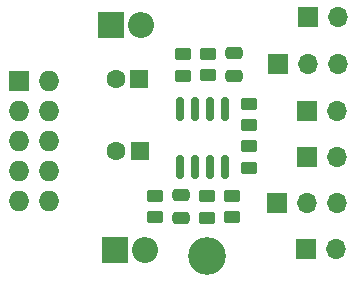
<source format=gts>
%TF.GenerationSoftware,KiCad,Pcbnew,(6.0.0)*%
%TF.CreationDate,2022-01-30T17:18:11+00:00*%
%TF.ProjectId,aistompboxadapter,61697374-6f6d-4706-926f-786164617074,rev?*%
%TF.SameCoordinates,Original*%
%TF.FileFunction,Soldermask,Top*%
%TF.FilePolarity,Negative*%
%FSLAX46Y46*%
G04 Gerber Fmt 4.6, Leading zero omitted, Abs format (unit mm)*
G04 Created by KiCad (PCBNEW (6.0.0)) date 2022-01-30 17:18:11*
%MOMM*%
%LPD*%
G01*
G04 APERTURE LIST*
G04 Aperture macros list*
%AMRoundRect*
0 Rectangle with rounded corners*
0 $1 Rounding radius*
0 $2 $3 $4 $5 $6 $7 $8 $9 X,Y pos of 4 corners*
0 Add a 4 corners polygon primitive as box body*
4,1,4,$2,$3,$4,$5,$6,$7,$8,$9,$2,$3,0*
0 Add four circle primitives for the rounded corners*
1,1,$1+$1,$2,$3*
1,1,$1+$1,$4,$5*
1,1,$1+$1,$6,$7*
1,1,$1+$1,$8,$9*
0 Add four rect primitives between the rounded corners*
20,1,$1+$1,$2,$3,$4,$5,0*
20,1,$1+$1,$4,$5,$6,$7,0*
20,1,$1+$1,$6,$7,$8,$9,0*
20,1,$1+$1,$8,$9,$2,$3,0*%
G04 Aperture macros list end*
%ADD10R,1.700000X1.700000*%
%ADD11O,1.700000X1.700000*%
%ADD12RoundRect,0.150000X0.150000X-0.825000X0.150000X0.825000X-0.150000X0.825000X-0.150000X-0.825000X0*%
%ADD13RoundRect,0.250000X0.450000X-0.262500X0.450000X0.262500X-0.450000X0.262500X-0.450000X-0.262500X0*%
%ADD14R,2.200000X2.200000*%
%ADD15O,2.200000X2.200000*%
%ADD16C,3.200000*%
%ADD17R,1.600000X1.600000*%
%ADD18C,1.600000*%
%ADD19RoundRect,0.250000X-0.475000X0.250000X-0.475000X-0.250000X0.475000X-0.250000X0.475000X0.250000X0*%
%ADD20RoundRect,0.250000X0.475000X-0.250000X0.475000X0.250000X-0.475000X0.250000X-0.475000X-0.250000X0*%
%ADD21RoundRect,0.250000X-0.450000X0.262500X-0.450000X-0.262500X0.450000X-0.262500X0.450000X0.262500X0*%
%ADD22R,1.727200X1.727200*%
%ADD23O,1.727200X1.727200*%
G04 APERTURE END LIST*
D10*
%TO.C,SI*%
X232660000Y-46400000D03*
D11*
X235200000Y-46400000D03*
%TD*%
D12*
%TO.C,U1*%
X221995000Y-39462500D03*
X223265000Y-39462500D03*
X224535000Y-39462500D03*
X225805000Y-39462500D03*
X225805000Y-34512500D03*
X224535000Y-34512500D03*
X223265000Y-34512500D03*
X221995000Y-34512500D03*
%TD*%
D13*
%TO.C,R2*%
X224400000Y-31675000D03*
X224400000Y-29850000D03*
%TD*%
%TO.C,R1*%
X222200000Y-31687500D03*
X222200000Y-29862500D03*
%TD*%
D14*
%TO.C,D1*%
X216460000Y-46500000D03*
D15*
X219000000Y-46500000D03*
%TD*%
D16*
%TO.C,H1*%
X224300000Y-47000000D03*
%TD*%
D10*
%TO.C,ES*%
X232725000Y-38600000D03*
D11*
X235265000Y-38600000D03*
%TD*%
D14*
%TO.C,D2*%
X216160000Y-27400000D03*
D15*
X218700000Y-27400000D03*
%TD*%
D13*
%TO.C,R7*%
X219900000Y-43700000D03*
X219900000Y-41875000D03*
%TD*%
%TO.C,R3*%
X227800000Y-39512500D03*
X227800000Y-37687500D03*
%TD*%
%TO.C,R6*%
X224300000Y-43712500D03*
X224300000Y-41887500D03*
%TD*%
D17*
%TO.C,C3*%
X218600000Y-38100000D03*
D18*
X216600000Y-38100000D03*
%TD*%
D13*
%TO.C,R4*%
X227800000Y-35912500D03*
X227800000Y-34087500D03*
%TD*%
D19*
%TO.C,C6*%
X222100000Y-41837500D03*
X222100000Y-43737500D03*
%TD*%
D10*
%TO.C,SO*%
X232725000Y-34700000D03*
D11*
X235265000Y-34700000D03*
%TD*%
D17*
%TO.C,C1*%
X218555113Y-32000000D03*
D18*
X216555113Y-32000000D03*
%TD*%
D10*
%TO.C,IL*%
X230220000Y-42500000D03*
D11*
X232760000Y-42500000D03*
X235300000Y-42500000D03*
%TD*%
D10*
%TO.C,OL*%
X230260000Y-30700000D03*
D11*
X232800000Y-30700000D03*
X235340000Y-30700000D03*
%TD*%
D20*
%TO.C,C2*%
X226600000Y-31712500D03*
X226600000Y-29812500D03*
%TD*%
D21*
%TO.C,R5*%
X226400000Y-41875000D03*
X226400000Y-43700000D03*
%TD*%
D22*
%TO.C,J3*%
X208330000Y-32120000D03*
D23*
X210870000Y-32120000D03*
X208330000Y-34660000D03*
X210870000Y-34660000D03*
X208330000Y-37200000D03*
X210870000Y-37200000D03*
X208330000Y-39740000D03*
X210870000Y-39740000D03*
X208330000Y-42280000D03*
X210870000Y-42280000D03*
%TD*%
D10*
%TO.C,ER*%
X232800000Y-26725000D03*
D11*
X235340000Y-26725000D03*
%TD*%
M02*

</source>
